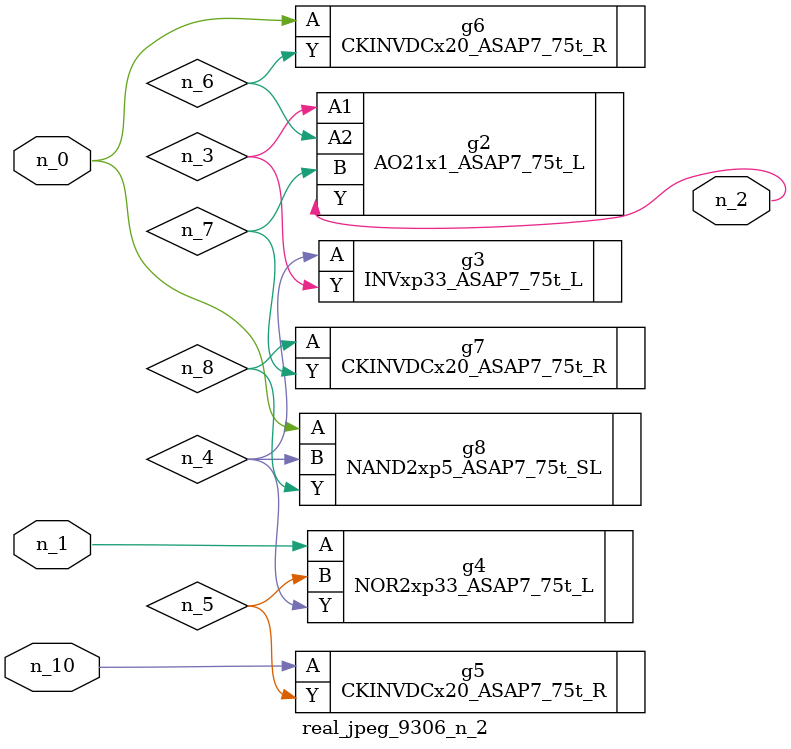
<source format=v>
module real_jpeg_9306_n_2 (n_1, n_10, n_0, n_2);

input n_1;
input n_10;
input n_0;

output n_2;

wire n_5;
wire n_4;
wire n_8;
wire n_6;
wire n_7;
wire n_3;

CKINVDCx20_ASAP7_75t_R g6 ( 
.A(n_0),
.Y(n_6)
);

NAND2xp5_ASAP7_75t_SL g8 ( 
.A(n_0),
.B(n_4),
.Y(n_8)
);

NOR2xp33_ASAP7_75t_L g4 ( 
.A(n_1),
.B(n_5),
.Y(n_4)
);

AO21x1_ASAP7_75t_L g2 ( 
.A1(n_3),
.A2(n_6),
.B(n_7),
.Y(n_2)
);

INVxp33_ASAP7_75t_L g3 ( 
.A(n_4),
.Y(n_3)
);

CKINVDCx20_ASAP7_75t_R g7 ( 
.A(n_8),
.Y(n_7)
);

CKINVDCx20_ASAP7_75t_R g5 ( 
.A(n_10),
.Y(n_5)
);


endmodule
</source>
